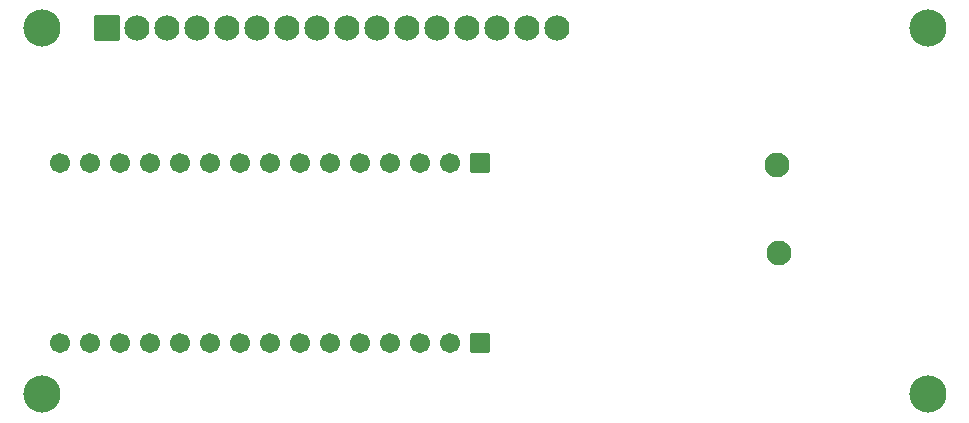
<source format=gbs>
G04 Layer: BottomSolderMaskLayer*
G04 EasyEDA v6.5.39, 2024-01-17 10:02:44*
G04 1fef0b057c1544a4ae72d55d562c7267,bea696f6f0d84e5180a10d4e04dd4222,10*
G04 Gerber Generator version 0.2*
G04 Scale: 100 percent, Rotated: No, Reflected: No *
G04 Dimensions in millimeters *
G04 leading zeros omitted , absolute positions ,4 integer and 5 decimal *
%FSLAX45Y45*%
%MOMM*%

%AMMACRO1*1,1,$1,$2,$3*1,1,$1,$4,$5*1,1,$1,0-$2,0-$3*1,1,$1,0-$4,0-$5*20,1,$1,$2,$3,$4,$5,0*20,1,$1,$4,$5,0-$2,0-$3,0*20,1,$1,0-$2,0-$3,0-$4,0-$5,0*20,1,$1,0-$4,0-$5,$2,$3,0*4,1,4,$2,$3,$4,$5,0-$2,0-$3,0-$4,0-$5,$2,$3,0*%
%ADD10C,2.1336*%
%ADD11MACRO1,0.1016X-1.016X1.016X1.016X1.016*%
%ADD12C,3.1496*%
%ADD13MACRO1,0.1016X-0.8X-0.8X0.8X-0.8*%
%ADD14C,1.7016*%
%ADD15C,2.1016*%

%LPD*%
D10*
G01*
X5486806Y13564209D03*
G01*
X5232806Y13564209D03*
G01*
X4978806Y13564209D03*
G01*
X4724806Y13564209D03*
G01*
X4470806Y13564209D03*
G01*
X4216806Y13564209D03*
G01*
X3962806Y13564209D03*
G01*
X3708806Y13564209D03*
G01*
X3454806Y13564209D03*
G01*
X3200806Y13564209D03*
G01*
X2946806Y13564209D03*
G01*
X2692806Y13564209D03*
G01*
X2438806Y13564209D03*
G01*
X2184806Y13564209D03*
G01*
X1930806Y13564209D03*
D11*
G01*
X1676798Y13564199D03*
D12*
G01*
X1126794Y13564209D03*
G01*
X1126794Y10464190D03*
G01*
X8626805Y13564209D03*
G01*
X8626805Y10464190D03*
D13*
G01*
X4838700Y10896600D03*
D14*
G01*
X4584700Y12420600D03*
G01*
X4076700Y12420600D03*
G01*
X3568700Y12420600D03*
G01*
X3060700Y12420600D03*
G01*
X2552700Y12420600D03*
G01*
X2044700Y12420600D03*
G01*
X1536700Y12420600D03*
G01*
X1282700Y10896600D03*
G01*
X1790700Y10896600D03*
G01*
X2298700Y10896600D03*
G01*
X2806700Y10896600D03*
G01*
X3314700Y10896600D03*
G01*
X3822700Y10896600D03*
G01*
X4330700Y10896600D03*
G01*
X4584700Y10896600D03*
G01*
X4076700Y10896600D03*
G01*
X3568700Y10896600D03*
G01*
X3060700Y10896600D03*
G01*
X2552700Y10896600D03*
G01*
X2044700Y10896600D03*
G01*
X1536700Y10896600D03*
G01*
X1282700Y12420600D03*
G01*
X1790700Y12420600D03*
G01*
X2298700Y12420600D03*
G01*
X2806700Y12420600D03*
G01*
X3314700Y12420600D03*
G01*
X3822700Y12420600D03*
G01*
X4330700Y12420600D03*
D13*
G01*
X4838700Y12420600D03*
D15*
G01*
X7366000Y11658600D03*
G01*
X7353300Y12407900D03*
M02*

</source>
